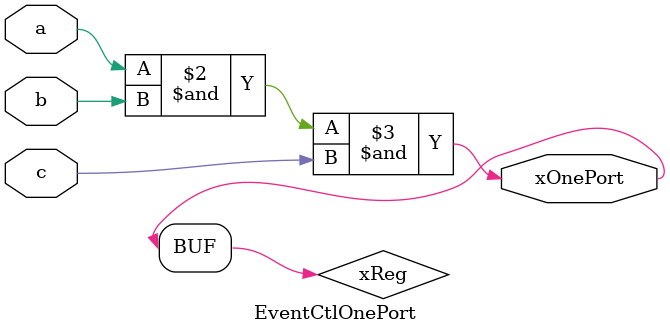
<source format=v>
`timescale 1ns/100ps
module EventCtl( input a, b, c
               , output xPart, yPart
               , xOnly, yOnly, xOnePort, xLatch, yLatch
               );
  //
  EventCtlLatch Latch_U5 ( .xLatch(xLatch), .yLatch(yLatch)
                         , .a(a), .b(b), .c(c));
  //
  EventCtlPart Part_U2( .xPart(xPart), .yPart(yPart)
                      , .a(a), .b(b), .c(c)
                      );
  //
  EventCtlOnly Only_U3(.xOnly(xOnly), .yOnly(yOnly)
                      , .a(a), .b(b), .c(c)
                      );
  //
  EventCtlOnePort OnePort_U4(.xOnePort(xOnePort), .a(a), .b(b), .c(c));
  //
endmodule // EventCtl.
//
// EventCtlLatch:  From Lab exercise:
// The following is a latch inference style
// which will not synthesize combinational logic:
// 
module EventCtlLatch(output xLatch, yLatch, input a, b, c);
reg xReg, yReg;
assign xLatch = xReg;
assign yLatch = yReg;
//
always@(a)
  begin:  aLatcher
  if (a==1'b1)
    xReg <= b & c;
  end
//
always@(b)
  begin:  bLatcher
  if (b==1'b1)
    yReg <=  (b | c)^a;
  end
endmodule // EventCtlLatch.
//
// EventCtlPart:  From Lab exercise:
module EventCtlPart(output xPart, yPart, input a, b, c);
reg xReg, yReg;
assign xPart = xReg;
assign yPart = yReg;
//
always@(a,b)
  begin: PartList
  xReg <= a & b & c;
  yReg <= (b | c)^a;
  end
endmodule // EventCtlPart.
//
module EventCtlOnly(output xOnly, yOnly, input a, b, c);
reg xReg, yReg;
assign xOnly = xReg;
assign yOnly = yReg;
//
always@(a)
  begin:  OnlyList
  xReg <= a & b & c;
  yReg <= (b | c)^a;
  end
endmodule // EventCtlOnly.
//
module EventCtlOnePort(output xOnePort, input a, b, c);
reg xReg;
assign xOnePort = xReg;
//
always@(a)
  begin:  OnePortList
  xReg <= a & b & c;
  end
endmodule // EventCtlOnePort.
//

</source>
